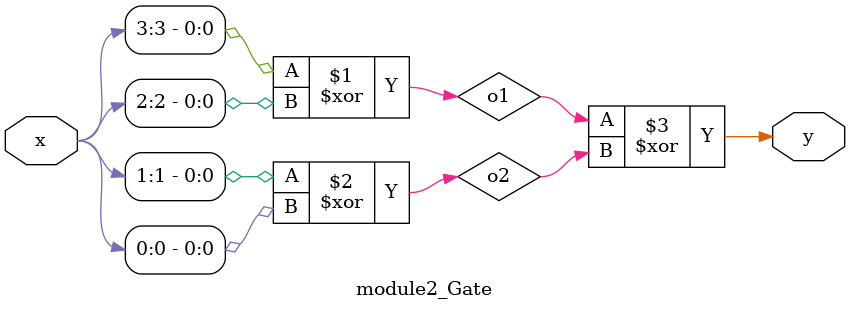
<source format=v>
module module2_DataFlow(
    input [3:0] x,
	 output y
    );
	assign y = ^{^x[3:2], ^x[1:0]};

endmodule

module module2_Behavioral(
    input [3:0] x,
	 output reg y
    );
	always @(*) y = ^{^x[3:2], ^x[1:0]};
endmodule

module module2_Gate(
    input [3:0] x,
	 output y
    );
	xor U0(o1, x[3], x[2]);
	xor U1(o2, x[1], x[0]);
	xor U2(y, o1, o2);
endmodule

</source>
